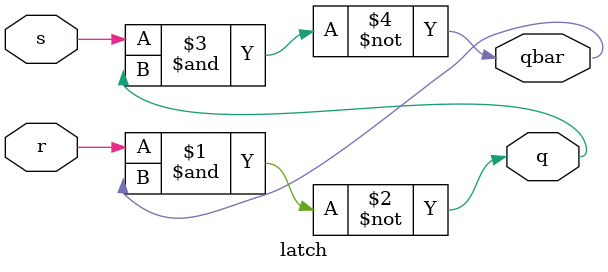
<source format=v>



module latch(s,r,q,qbar);
input s,r;
output q,qbar;
assign q=~(r&qbar);
assign qbar=~(s&q);
endmodule

</source>
